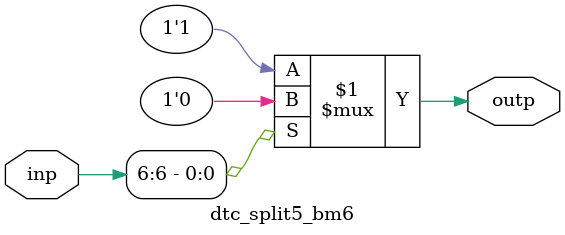
<source format=v>
module dtc_split5_bm6 (
	input  wire [12-1:0] inp,
	output wire [1-1:0] outp
);


	assign outp = (inp[6]) ? 1'b0 : 1'b1;

endmodule
</source>
